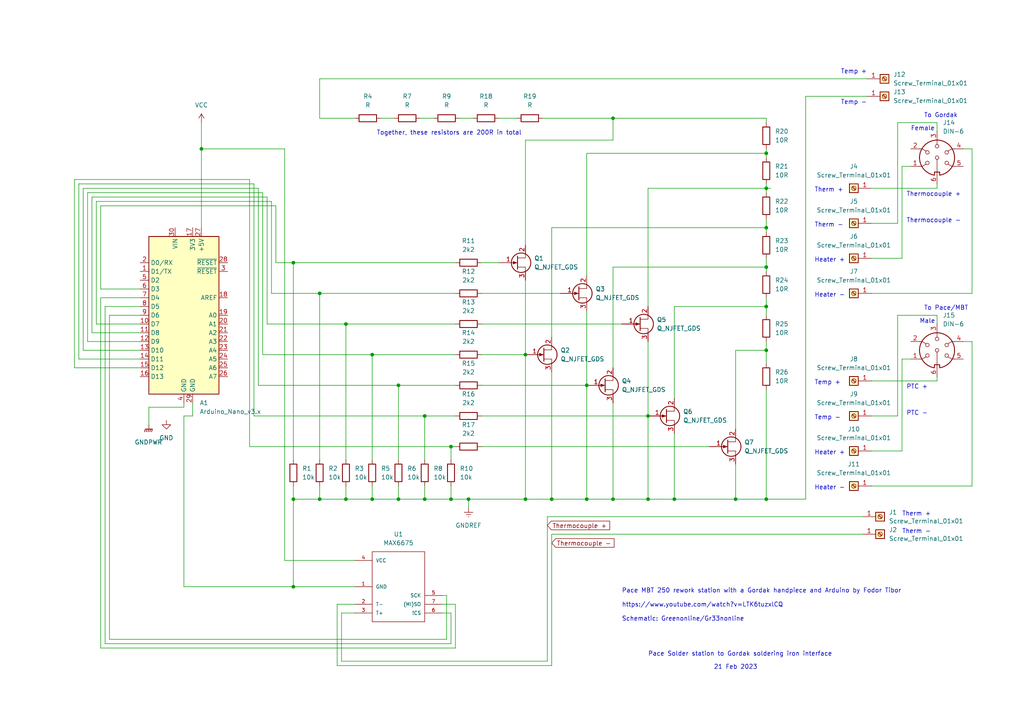
<source format=kicad_sch>
(kicad_sch (version 20211123) (generator eeschema)
  (paper "A4")
  (lib_symbols
    (symbol "Connector:DIN-6" (pin_names (offset 1.016))
      (property "Reference" "J" (at 3.175 5.715 0))
      (property "Value" "DIN-6" (at 4.445 -4.445 0))
      (symbol "DIN-6_0_1"
        (arc (start -5.08 0) (mid -3.8609 -3.3364) (end -0.762 -5.08) (stroke (width 0.254)))
        (circle (center -2.794 -1.524) (radius 0.508))
        (circle (center -2.794 1.524) (radius 0.508))
        (polyline (pts (xy 0 -5.08) (xy 0 -0.508)))
        (polyline (pts (xy 0 5.08) (xy 0 3.81)))
        (polyline (pts (xy -5.08 -2.54) (xy -4.318 -2.54) (xy -3.175 -1.905)))
        (polyline (pts (xy -5.08 2.54) (xy -4.318 2.54) (xy -3.175 1.905)))
        (polyline (pts (xy 5.08 -2.54) (xy 4.318 -2.54) (xy 3.175 -1.905)))
        (polyline (pts (xy 5.08 2.54) (xy 4.318 2.54) (xy 3.175 1.905)))
        (polyline (pts (xy -0.762 -4.953) (xy -0.762 -4.191) (xy 0.762 -4.191) (xy 0.762 -4.953)) (stroke (width 0.254)))
        (circle (center 0 0) (radius 0.508))
        (circle (center 0 3.302) (radius 0.508))
        (arc (start 0.762 -5.08) (mid 3.8685 -3.343) (end 5.08 0) (stroke (width 0.254)))
        (circle (center 2.794 -1.524) (radius 0.508))
        (circle (center 2.794 1.524) (radius 0.508))
        (arc (start 5.08 0) (mid 0 5.08) (end -5.08 0) (stroke (width 0.254)))
      )
      (symbol "DIN-6_1_1"
        (pin passive line (at -7.62 -2.54 0) (length 2.54) (name "~") (number "1"))
        (pin passive line (at -7.62 2.54 0) (length 2.54) (name "~") (number "2"))
        (pin passive line (at 0 7.62 270) (length 2.54) (name "~") (number "3"))
        (pin passive line (at 7.62 2.54 180) (length 2.54) (name "~") (number "4"))
        (pin passive line (at 7.62 -2.54 180) (length 2.54) (name "~") (number "5"))
        (pin passive line (at 0 -7.62 90) (length 2.54) (name "~") (number "6"))
      )
    )
    (symbol "Connector:Screw_Terminal_01x01" (pin_names (offset 1.016) hide)
      (property "Reference" "J" (at 0 2.54 0))
      (property "Value" "Screw_Terminal_01x01" (at 0 -2.54 0))
      (symbol "Screw_Terminal_01x01_1_1"
        (rectangle (start -1.27 1.27) (end 1.27 -1.27) (stroke (width 0.254)) (fill (type background)))
        (polyline (pts (xy -0.5334 0.3302) (xy 0.3302 -0.508)) (stroke (width 0.1524)))
        (polyline (pts (xy -0.3556 0.508) (xy 0.508 -0.3302)) (stroke (width 0.1524)))
        (circle (center 0 0) (radius 0.635) (stroke (width 0.1524)))
        (pin passive line (at -5.08 0 0) (length 3.81) (name "Pin_1") (number "1"))
      )
    )
    (symbol "Device:Q_NJFET_GDS" (pin_names (offset 0) hide)
      (property "Reference" "Q" (at 5.08 1.27 0))
      (property "Value" "Q_NJFET_GDS" (at 5.08 -1.27 0))
      (symbol "Q_NJFET_GDS_0_1"
        (polyline (pts (xy 0.254 1.905) (xy 0.254 -1.905) (xy 0.254 -1.905)) (stroke (width 0.254)))
        (polyline (pts (xy 2.54 -2.54) (xy 2.54 -1.27) (xy 0.254 -1.27)))
        (polyline (pts (xy 2.54 2.54) (xy 2.54 1.397) (xy 0.254 1.397)))
        (polyline (pts (xy 0 0) (xy -1.016 0.381) (xy -1.016 -0.381) (xy 0 0)) (fill (type outline)))
        (circle (center 1.27 0) (radius 2.8194) (stroke (width 0.254)))
      )
      (symbol "Q_NJFET_GDS_1_1"
        (pin input line (at -5.08 0 0) (length 5.334) (name "G") (number "1"))
        (pin passive line (at 2.54 5.08 270) (length 2.54) (name "D") (number "2"))
        (pin passive line (at 2.54 -5.08 90) (length 2.54) (name "S") (number "3"))
      )
    )
    (symbol "Device:R" (pin_numbers hide) (pin_names (offset 0))
      (property "Reference" "R" (at 2.032 0 90))
      (property "Value" "R" (at 0 0 90))
      (symbol "R_0_1"
        (rectangle (start -1.016 -2.54) (end 1.016 2.54) (stroke (width 0.254)))
      )
      (symbol "R_1_1"
        (pin passive line (at 0 3.81 270) (length 1.27) (name "~") (number "1"))
        (pin passive line (at 0 -3.81 90) (length 1.27) (name "~") (number "2"))
      )
    )
    (symbol "MCU_Module:Arduino_Nano_v3.x"
      (property "Reference" "A" (at -10.16 23.495 0))
      (property "Value" "Arduino_Nano_v3.x" (at 5.08 -24.13 0))
      (symbol "Arduino_Nano_v3.x_0_1"
        (rectangle (start -10.16 22.86) (end 10.16 -22.86) (stroke (width 0.254)) (fill (type background)))
      )
      (symbol "Arduino_Nano_v3.x_1_1"
        (pin bidirectional line (at -12.7 12.7 0) (length 2.54) (name "D1/TX") (number "1"))
        (pin bidirectional line (at -12.7 -2.54 0) (length 2.54) (name "D7") (number "10"))
        (pin bidirectional line (at -12.7 -5.08 0) (length 2.54) (name "D8") (number "11"))
        (pin bidirectional line (at -12.7 -7.62 0) (length 2.54) (name "D9") (number "12"))
        (pin bidirectional line (at -12.7 -10.16 0) (length 2.54) (name "D10") (number "13"))
        (pin bidirectional line (at -12.7 -12.7 0) (length 2.54) (name "D11") (number "14"))
        (pin bidirectional line (at -12.7 -15.24 0) (length 2.54) (name "D12") (number "15"))
        (pin bidirectional line (at -12.7 -17.78 0) (length 2.54) (name "D13") (number "16"))
        (pin power_out line (at 2.54 25.4 270) (length 2.54) (name "3V3") (number "17"))
        (pin input line (at 12.7 5.08 180) (length 2.54) (name "AREF") (number "18"))
        (pin bidirectional line (at 12.7 0 180) (length 2.54) (name "A0") (number "19"))
        (pin bidirectional line (at -12.7 15.24 0) (length 2.54) (name "D0/RX") (number "2"))
        (pin bidirectional line (at 12.7 -2.54 180) (length 2.54) (name "A1") (number "20"))
        (pin bidirectional line (at 12.7 -5.08 180) (length 2.54) (name "A2") (number "21"))
        (pin bidirectional line (at 12.7 -7.62 180) (length 2.54) (name "A3") (number "22"))
        (pin bidirectional line (at 12.7 -10.16 180) (length 2.54) (name "A4") (number "23"))
        (pin bidirectional line (at 12.7 -12.7 180) (length 2.54) (name "A5") (number "24"))
        (pin bidirectional line (at 12.7 -15.24 180) (length 2.54) (name "A6") (number "25"))
        (pin bidirectional line (at 12.7 -17.78 180) (length 2.54) (name "A7") (number "26"))
        (pin power_out line (at 5.08 25.4 270) (length 2.54) (name "+5V") (number "27"))
        (pin input line (at 12.7 15.24 180) (length 2.54) (name "~{RESET}") (number "28"))
        (pin power_in line (at 2.54 -25.4 90) (length 2.54) (name "GND") (number "29"))
        (pin input line (at 12.7 12.7 180) (length 2.54) (name "~{RESET}") (number "3"))
        (pin power_in line (at -2.54 25.4 270) (length 2.54) (name "VIN") (number "30"))
        (pin power_in line (at 0 -25.4 90) (length 2.54) (name "GND") (number "4"))
        (pin bidirectional line (at -12.7 10.16 0) (length 2.54) (name "D2") (number "5"))
        (pin bidirectional line (at -12.7 7.62 0) (length 2.54) (name "D3") (number "6"))
        (pin bidirectional line (at -12.7 5.08 0) (length 2.54) (name "D4") (number "7"))
        (pin bidirectional line (at -12.7 2.54 0) (length 2.54) (name "D5") (number "8"))
        (pin bidirectional line (at -12.7 0 0) (length 2.54) (name "D6") (number "9"))
      )
    )
    (symbol "SparkFun-AnalogIC:MAX6675" (pin_names (offset 1.016))
      (property "Reference" "U" (at -7.62 10.16 0))
      (property "Value" "MAX6675" (at -7.62 -12.7 0))
      (symbol "MAX6675_1_0"
        (polyline (pts (xy -7.62 -10.16) (xy 7.62 -10.16)))
        (polyline (pts (xy -7.62 10.16) (xy -7.62 -10.16)))
        (polyline (pts (xy 7.62 -10.16) (xy 7.62 10.16)))
        (polyline (pts (xy 7.62 10.16) (xy -7.62 10.16)))
      )
      (symbol "MAX6675_1_1"
        (pin bidirectional line (at -12.7 0 0) (length 5.08) (name "GND") (number "1"))
        (pin bidirectional line (at -12.7 -5.08 0) (length 5.08) (name "T-") (number "2"))
        (pin bidirectional line (at -12.7 -7.62 0) (length 5.08) (name "T+") (number "3"))
        (pin bidirectional line (at -12.7 7.62 0) (length 5.08) (name "VCC") (number "4"))
        (pin bidirectional line (at 12.7 -2.54 180) (length 5.08) (name "SCK") (number "5"))
        (pin bidirectional line (at 12.7 -7.62 180) (length 5.08) (name "!CS") (number "6"))
        (pin bidirectional line (at 12.7 -5.08 180) (length 5.08) (name "(MI)SO") (number "7"))
      )
    )
    (symbol "power:GND" (power) (pin_names (offset 0))
      (property "Value" "GND" (at 0 -3.81 0))
      (symbol "GND_0_1"
        (polyline (pts (xy 0 0) (xy 0 -1.27) (xy 1.27 -1.27) (xy 0 -2.54) (xy -1.27 -1.27) (xy 0 -1.27)))
      )
      (symbol "GND_1_1"
        (pin power_in line (at 0 0 270) (length 0) hide (name "GND") (number "1"))
      )
    )
    (symbol "power:GNDPWR" (power) (pin_names (offset 0))
      (property "Value" "GNDPWR" (at 0 -3.302 0))
      (symbol "GNDPWR_0_1"
        (polyline (pts (xy 0 -1.27) (xy 0 0)))
        (polyline (pts (xy -1.016 -1.27) (xy -1.27 -2.032) (xy -1.27 -2.032)) (stroke (width 0.2032)))
        (polyline (pts (xy -0.508 -1.27) (xy -0.762 -2.032) (xy -0.762 -2.032)) (stroke (width 0.2032)))
        (polyline (pts (xy 0 -1.27) (xy -0.254 -2.032) (xy -0.254 -2.032)) (stroke (width 0.2032)))
        (polyline (pts (xy 0.508 -1.27) (xy 0.254 -2.032) (xy 0.254 -2.032)) (stroke (width 0.2032)))
        (polyline (pts (xy 1.016 -1.27) (xy -1.016 -1.27) (xy -1.016 -1.27)) (stroke (width 0.2032)))
        (polyline (pts (xy 1.016 -1.27) (xy 0.762 -2.032) (xy 0.762 -2.032) (xy 0.762 -2.032)) (stroke (width 0.2032)))
      )
      (symbol "GNDPWR_1_1"
        (pin power_in line (at 0 0 270) (length 0) hide (name "GNDPWR") (number "1"))
      )
    )
    (symbol "power:GNDREF" (power) (pin_names (offset 0))
      (property "Value" "GNDREF" (at 0 -3.81 0))
      (symbol "GNDREF_0_1"
        (polyline (pts (xy -0.635 -1.905) (xy 0.635 -1.905)))
        (polyline (pts (xy -0.127 -2.54) (xy 0.127 -2.54)))
        (polyline (pts (xy 0 -1.27) (xy 0 0)))
        (polyline (pts (xy 1.27 -1.27) (xy -1.27 -1.27)))
      )
      (symbol "GNDREF_1_1"
        (pin power_in line (at 0 0 270) (length 0) hide (name "GNDREF") (number "1"))
      )
    )
    (symbol "power:VCC" (power) (pin_names (offset 0))
      (property "Value" "VCC" (at 0 3.81 0))
      (symbol "VCC_0_1"
        (polyline (pts (xy -0.762 1.27) (xy 0 2.54)))
        (polyline (pts (xy 0 0) (xy 0 2.54)))
        (polyline (pts (xy 0 2.54) (xy 0.762 1.27)))
      )
      (symbol "VCC_1_1"
        (pin power_in line (at 0 0 90) (length 0) hide (name "VCC") (number "1"))
      )
    )
  )
  (junction (at 92.71 144.78))
  (junction (at 222.25 44.45))
  (junction (at 123.19 144.78))
  (junction (at 58.42 43.18))
  (junction (at 115.57 111.76))
  (junction (at 222.25 88.9))
  (junction (at 222.25 54.61))
  (junction (at 160.02 144.78))
  (junction (at 85.09 144.78))
  (junction (at 187.96 144.78))
  (junction (at 195.58 144.78))
  (junction (at 130.81 129.54))
  (junction (at 170.18 144.78))
  (junction (at 92.71 85.09))
  (junction (at 130.81 144.78))
  (junction (at 222.25 101.6))
  (junction (at 177.8 144.78))
  (junction (at 135.89 144.78))
  (junction (at 85.09 170.18))
  (junction (at 85.09 76.2))
  (junction (at 170.18 111.76))
  (junction (at 107.95 144.78))
  (junction (at 152.4 102.87))
  (junction (at 123.19 120.65))
  (junction (at 187.96 120.65))
  (junction (at 213.36 144.78))
  (junction (at 115.57 144.78))
  (junction (at 100.33 144.78))
  (junction (at 222.25 144.78))
  (junction (at 222.25 66.04))
  (junction (at 100.33 93.98))
  (junction (at 177.8 34.29))
  (junction (at 222.25 77.47))
  (junction (at 107.95 102.87))
  (junction (at 152.4 144.78))
  (wire (pts (xy 121.92 34.29) (xy 125.73 34.29)))
  (wire (pts (xy 123.19 140.97) (xy 123.19 144.78)))
  (wire (pts (xy 261.62 104.14) (xy 261.62 130.81)))
  (wire (pts (xy 58.42 35.56) (xy 58.42 43.18)))
  (wire (pts (xy 222.25 91.44) (xy 222.25 88.9)))
  (wire (pts (xy 72.39 52.07) (xy 72.39 129.54)))
  (wire (pts (xy 129.54 185.42) (xy 31.75 185.42)))
  (wire (pts (xy 92.71 85.09) (xy 92.71 133.35)))
  (wire (pts (xy 195.58 125.73) (xy 195.58 144.78)))
  (wire (pts (xy 123.19 120.65) (xy 123.19 133.35)))
  (wire (pts (xy 26.67 96.52) (xy 26.67 57.15)))
  (wire (pts (xy 271.78 91.44) (xy 260.35 91.44)))
  (wire (pts (xy 152.4 144.78) (xy 160.02 144.78)))
  (wire (pts (xy 40.64 93.98) (xy 27.94 93.98)))
  (wire (pts (xy 53.34 120.65) (xy 55.88 120.65)))
  (wire (pts (xy 100.33 144.78) (xy 107.95 144.78)))
  (wire (pts (xy 128.27 175.26) (xy 132.08 175.26)))
  (wire (pts (xy 132.08 111.76) (xy 115.57 111.76)))
  (wire (pts (xy 279.4 99.06) (xy 281.94 99.06)))
  (wire (pts (xy 85.09 140.97) (xy 85.09 144.78)))
  (wire (pts (xy 222.25 77.47) (xy 222.25 74.93)))
  (wire (pts (xy 170.18 44.45) (xy 222.25 44.45)))
  (wire (pts (xy 92.71 140.97) (xy 92.71 144.78)))
  (wire (pts (xy 30.48 186.69) (xy 30.48 88.9)))
  (wire (pts (xy 72.39 129.54) (xy 130.81 129.54)))
  (wire (pts (xy 222.25 144.78) (xy 233.68 144.78)))
  (wire (pts (xy 158.75 149.86) (xy 250.19 149.86)))
  (wire (pts (xy 132.08 102.87) (xy 107.95 102.87)))
  (wire (pts (xy 29.21 83.82) (xy 29.21 59.69)))
  (wire (pts (xy 260.35 91.44) (xy 260.35 120.65)))
  (wire (pts (xy 132.08 187.96) (xy 132.08 175.26)))
  (wire (pts (xy 130.81 177.8) (xy 130.81 186.69)))
  (wire (pts (xy 135.89 144.78) (xy 135.89 147.32)))
  (wire (pts (xy 170.18 111.76) (xy 170.18 144.78)))
  (wire (pts (xy 139.7 76.2) (xy 144.78 76.2)))
  (wire (pts (xy 187.96 88.9) (xy 187.96 54.61)))
  (wire (pts (xy 114.3 34.29) (xy 110.49 34.29)))
  (wire (pts (xy 213.36 101.6) (xy 213.36 124.46)))
  (wire (pts (xy 77.47 57.15) (xy 77.47 93.98)))
  (wire (pts (xy 78.74 85.09) (xy 92.71 85.09)))
  (wire (pts (xy 40.64 86.36) (xy 29.21 86.36)))
  (wire (pts (xy 139.7 102.87) (xy 152.4 102.87)))
  (wire (pts (xy 55.88 116.84) (xy 55.88 120.65)))
  (wire (pts (xy 31.75 91.44) (xy 40.64 91.44)))
  (wire (pts (xy 139.7 129.54) (xy 205.74 129.54)))
  (wire (pts (xy 40.64 83.82) (xy 29.21 83.82)))
  (wire (pts (xy 73.66 120.65) (xy 73.66 53.34)))
  (wire (pts (xy 271.78 93.98) (xy 271.78 91.44)))
  (wire (pts (xy 78.74 58.42) (xy 78.74 85.09)))
  (wire (pts (xy 264.16 104.14) (xy 261.62 104.14)))
  (wire (pts (xy 222.25 101.6) (xy 222.25 105.41)))
  (wire (pts (xy 29.21 187.96) (xy 132.08 187.96)))
  (wire (pts (xy 222.25 77.47) (xy 177.8 77.47)))
  (wire (pts (xy 170.18 144.78) (xy 177.8 144.78)))
  (wire (pts (xy 107.95 144.78) (xy 115.57 144.78)))
  (wire (pts (xy 74.93 54.61) (xy 74.93 111.76)))
  (wire (pts (xy 128.27 177.8) (xy 130.81 177.8)))
  (wire (pts (xy 132.08 76.2) (xy 85.09 76.2)))
  (wire (pts (xy 187.96 144.78) (xy 195.58 144.78)))
  (wire (pts (xy 102.87 177.8) (xy 99.06 177.8)))
  (wire (pts (xy 279.4 43.18) (xy 281.94 43.18)))
  (wire (pts (xy 74.93 111.76) (xy 115.57 111.76)))
  (wire (pts (xy 160.02 144.78) (xy 170.18 144.78)))
  (wire (pts (xy 252.73 85.09) (xy 281.94 85.09)))
  (wire (pts (xy 92.71 22.86) (xy 251.46 22.86)))
  (wire (pts (xy 139.7 120.65) (xy 187.96 120.65)))
  (wire (pts (xy 100.33 140.97) (xy 100.33 144.78)))
  (wire (pts (xy 24.13 101.6) (xy 40.64 101.6)))
  (wire (pts (xy 252.73 120.65) (xy 260.35 120.65)))
  (wire (pts (xy 222.25 34.29) (xy 222.25 35.56)))
  (wire (pts (xy 129.54 172.72) (xy 129.54 185.42)))
  (wire (pts (xy 76.2 102.87) (xy 107.95 102.87)))
  (wire (pts (xy 152.4 102.87) (xy 152.4 144.78)))
  (wire (pts (xy 97.79 193.04) (xy 160.02 193.04)))
  (wire (pts (xy 222.25 113.03) (xy 222.25 144.78)))
  (wire (pts (xy 158.75 191.77) (xy 158.75 149.86)))
  (wire (pts (xy 135.89 144.78) (xy 152.4 144.78)))
  (wire (pts (xy 21.59 106.68) (xy 21.59 52.07)))
  (wire (pts (xy 22.86 104.14) (xy 40.64 104.14)))
  (wire (pts (xy 132.08 85.09) (xy 92.71 85.09)))
  (wire (pts (xy 139.7 93.98) (xy 180.34 93.98)))
  (wire (pts (xy 213.36 134.62) (xy 213.36 144.78)))
  (wire (pts (xy 85.09 144.78) (xy 92.71 144.78)))
  (wire (pts (xy 260.35 35.56) (xy 260.35 64.77)))
  (wire (pts (xy 99.06 177.8) (xy 99.06 191.77)))
  (wire (pts (xy 130.81 129.54) (xy 130.81 133.35)))
  (wire (pts (xy 123.19 144.78) (xy 130.81 144.78)))
  (wire (pts (xy 21.59 52.07) (xy 72.39 52.07)))
  (wire (pts (xy 157.48 34.29) (xy 177.8 34.29)))
  (wire (pts (xy 252.73 64.77) (xy 260.35 64.77)))
  (wire (pts (xy 213.36 144.78) (xy 222.25 144.78)))
  (wire (pts (xy 85.09 170.18) (xy 102.87 170.18)))
  (wire (pts (xy 115.57 140.97) (xy 115.57 144.78)))
  (wire (pts (xy 58.42 43.18) (xy 58.42 66.04)))
  (wire (pts (xy 128.27 172.72) (xy 129.54 172.72)))
  (wire (pts (xy 252.73 110.49) (xy 271.78 110.49)))
  (wire (pts (xy 132.08 129.54) (xy 130.81 129.54)))
  (wire (pts (xy 27.94 58.42) (xy 78.74 58.42)))
  (wire (pts (xy 152.4 40.64) (xy 177.8 40.64)))
  (wire (pts (xy 40.64 99.06) (xy 25.4 99.06)))
  (wire (pts (xy 177.8 144.78) (xy 187.96 144.78)))
  (wire (pts (xy 40.64 106.68) (xy 21.59 106.68)))
  (wire (pts (xy 139.7 111.76) (xy 170.18 111.76)))
  (wire (pts (xy 29.21 86.36) (xy 29.21 187.96)))
  (wire (pts (xy 130.81 140.97) (xy 130.81 144.78)))
  (wire (pts (xy 77.47 93.98) (xy 100.33 93.98)))
  (wire (pts (xy 82.55 162.56) (xy 82.55 43.18)))
  (wire (pts (xy 53.34 116.84) (xy 53.34 118.11)))
  (wire (pts (xy 222.25 88.9) (xy 222.25 86.36)))
  (wire (pts (xy 160.02 66.04) (xy 160.02 97.79)))
  (wire (pts (xy 80.01 76.2) (xy 85.09 76.2)))
  (wire (pts (xy 107.95 102.87) (xy 107.95 133.35)))
  (wire (pts (xy 25.4 55.88) (xy 76.2 55.88)))
  (wire (pts (xy 177.8 116.84) (xy 177.8 144.78)))
  (wire (pts (xy 25.4 99.06) (xy 25.4 55.88)))
  (wire (pts (xy 132.08 93.98) (xy 100.33 93.98)))
  (wire (pts (xy 177.8 34.29) (xy 222.25 34.29)))
  (wire (pts (xy 99.06 191.77) (xy 158.75 191.77)))
  (wire (pts (xy 152.4 81.28) (xy 152.4 102.87)))
  (wire (pts (xy 115.57 111.76) (xy 115.57 133.35)))
  (wire (pts (xy 222.25 99.06) (xy 222.25 101.6)))
  (wire (pts (xy 222.25 78.74) (xy 222.25 77.47)))
  (wire (pts (xy 252.73 74.93) (xy 261.62 74.93)))
  (wire (pts (xy 24.13 101.6) (xy 24.13 54.61)))
  (wire (pts (xy 102.87 162.56) (xy 82.55 162.56)))
  (wire (pts (xy 53.34 120.65) (xy 53.34 170.18)))
  (wire (pts (xy 92.71 144.78) (xy 100.33 144.78)))
  (wire (pts (xy 177.8 77.47) (xy 177.8 106.68)))
  (wire (pts (xy 43.18 118.11) (xy 43.18 123.19)))
  (wire (pts (xy 30.48 88.9) (xy 40.64 88.9)))
  (wire (pts (xy 160.02 154.94) (xy 250.19 154.94)))
  (wire (pts (xy 187.96 120.65) (xy 187.96 144.78)))
  (wire (pts (xy 115.57 144.78) (xy 123.19 144.78)))
  (wire (pts (xy 223.52 54.61) (xy 222.25 54.61)))
  (wire (pts (xy 195.58 88.9) (xy 195.58 115.57)))
  (wire (pts (xy 80.01 59.69) (xy 80.01 76.2)))
  (wire (pts (xy 271.78 35.56) (xy 260.35 35.56)))
  (wire (pts (xy 222.25 54.61) (xy 222.25 53.34)))
  (wire (pts (xy 152.4 71.12) (xy 152.4 40.64)))
  (wire (pts (xy 195.58 144.78) (xy 213.36 144.78)))
  (wire (pts (xy 22.86 53.34) (xy 22.86 104.14)))
  (wire (pts (xy 107.95 140.97) (xy 107.95 144.78)))
  (wire (pts (xy 97.79 175.26) (xy 97.79 193.04)))
  (wire (pts (xy 222.25 45.72) (xy 222.25 44.45)))
  (wire (pts (xy 187.96 99.06) (xy 187.96 120.65)))
  (wire (pts (xy 252.73 140.97) (xy 281.94 140.97)))
  (wire (pts (xy 233.68 144.78) (xy 233.68 27.94)))
  (wire (pts (xy 73.66 53.34) (xy 22.86 53.34)))
  (wire (pts (xy 76.2 55.88) (xy 76.2 102.87)))
  (wire (pts (xy 139.7 85.09) (xy 162.56 85.09)))
  (wire (pts (xy 130.81 144.78) (xy 135.89 144.78)))
  (wire (pts (xy 102.87 175.26) (xy 97.79 175.26)))
  (wire (pts (xy 252.73 54.61) (xy 271.78 54.61)))
  (wire (pts (xy 170.18 44.45) (xy 170.18 80.01)))
  (wire (pts (xy 40.64 96.52) (xy 26.67 96.52)))
  (wire (pts (xy 92.71 34.29) (xy 92.71 22.86)))
  (wire (pts (xy 132.08 120.65) (xy 123.19 120.65)))
  (wire (pts (xy 271.78 110.49) (xy 271.78 109.22)))
  (wire (pts (xy 222.25 44.45) (xy 222.25 43.18)))
  (wire (pts (xy 29.21 59.69) (xy 80.01 59.69)))
  (wire (pts (xy 271.78 54.61) (xy 271.78 53.34)))
  (wire (pts (xy 58.42 43.18) (xy 82.55 43.18)))
  (wire (pts (xy 177.8 40.64) (xy 177.8 34.29)))
  (wire (pts (xy 160.02 107.95) (xy 160.02 144.78)))
  (wire (pts (xy 222.25 54.61) (xy 222.25 55.88)))
  (wire (pts (xy 130.81 186.69) (xy 30.48 186.69)))
  (wire (pts (xy 222.25 66.04) (xy 160.02 66.04)))
  (wire (pts (xy 100.33 93.98) (xy 100.33 133.35)))
  (wire (pts (xy 31.75 185.42) (xy 31.75 91.44)))
  (wire (pts (xy 85.09 170.18) (xy 53.34 170.18)))
  (wire (pts (xy 85.09 76.2) (xy 85.09 133.35)))
  (wire (pts (xy 43.18 118.11) (xy 53.34 118.11)))
  (wire (pts (xy 222.25 101.6) (xy 213.36 101.6)))
  (wire (pts (xy 261.62 48.26) (xy 261.62 74.93)))
  (wire (pts (xy 252.73 130.81) (xy 261.62 130.81)))
  (wire (pts (xy 233.68 27.94) (xy 251.46 27.94)))
  (wire (pts (xy 144.78 34.29) (xy 149.86 34.29)))
  (wire (pts (xy 281.94 43.18) (xy 281.94 85.09)))
  (wire (pts (xy 85.09 144.78) (xy 85.09 170.18)))
  (wire (pts (xy 24.13 54.61) (xy 74.93 54.61)))
  (wire (pts (xy 222.25 63.5) (xy 222.25 66.04)))
  (wire (pts (xy 73.66 120.65) (xy 123.19 120.65)))
  (wire (pts (xy 264.16 48.26) (xy 261.62 48.26)))
  (wire (pts (xy 170.18 90.17) (xy 170.18 111.76)))
  (wire (pts (xy 27.94 93.98) (xy 27.94 58.42)))
  (wire (pts (xy 222.25 66.04) (xy 222.25 67.31)))
  (wire (pts (xy 281.94 99.06) (xy 281.94 140.97)))
  (wire (pts (xy 160.02 193.04) (xy 160.02 154.94)))
  (wire (pts (xy 187.96 54.61) (xy 222.25 54.61)))
  (wire (pts (xy 102.87 34.29) (xy 92.71 34.29)))
  (wire (pts (xy 222.25 88.9) (xy 195.58 88.9)))
  (wire (pts (xy 271.78 38.1) (xy 271.78 35.56)))
  (wire (pts (xy 133.35 34.29) (xy 137.16 34.29)))
  (wire (pts (xy 26.67 57.15) (xy 77.47 57.15)))
  (text "Temp -" (at 236.22 121.92 0) (effects (font (size 1.27 1.27)) (justify left bottom)))
  (text "Thermocouple -" (at 262.89 64.77 0) (effects (font (size 1.27 1.27)) (justify left bottom)))
  (text "PTC -" (at 262.89 120.65 0) (effects (font (size 1.27 1.27)) (justify left bottom)))
  (text "Heater -" (at 236.22 86.36 0) (effects (font (size 1.27 1.27)) (justify left bottom)))
  (text "Pace Solder station to Gordak soldering iron interface" (at 187.96 190.5 0) (effects (font (size 1.27 1.27)) (justify left bottom)))
  (text "Thermocouple +" (at 262.89 57.15 0) (effects (font (size 1.27 1.27)) (justify left bottom)))
  (text "Pace MBT 250 rework station with a Gordak handpiece and Arduino by Fodor Tibor\n\nhttps://www.youtube.com/watch?v=LTK6tuzxlCQ\n\nSchematic: Greenonline/Gr33nonline" (at 180.34 180.34 0) (effects (font (size 1.27 1.27)) (justify left bottom)))
  (text "Temp +" (at 236.22 111.76 0) (effects (font (size 1.27 1.27)) (justify left bottom)))
  (text "Therm -" (at 236.22 66.04 0) (effects (font (size 1.27 1.27)) (justify left bottom)))
  (text "Female" (at 264.16 38.1 0) (effects (font (size 1.27 1.27)) (justify left bottom)))
  (text "Heater -" (at 236.22 142.24 0) (effects (font (size 1.27 1.27)) (justify left bottom)))
  (text "Therm +" (at 236.22 55.88 0) (effects (font (size 1.27 1.27)) (justify left bottom)))
  (text "Therm -" (at 261.62 154.94 0) (effects (font (size 1.27 1.27)) (justify left bottom)))
  (text "To Pace/MBT " (at 267.97 90.17 0) (effects (font (size 1.27 1.27)) (justify left bottom)))
  (text "Heater +" (at 236.22 132.08 0) (effects (font (size 1.27 1.27)) (justify left bottom)))
  (text "Temp +" (at 243.84 21.59 0) (effects (font (size 1.27 1.27)) (justify left bottom)))
  (text "Heater +" (at 236.22 76.2 0) (effects (font (size 1.27 1.27)) (justify left bottom)))
  (text "Temp -" (at 243.84 30.48 0) (effects (font (size 1.27 1.27)) (justify left bottom)))
  (text "21 Feb 2023" (at 207.01 194.31 0) (effects (font (size 1.27 1.27)) (justify left bottom)))
  (text "To Gordak " (at 267.97 34.29 0) (effects (font (size 1.27 1.27)) (justify left bottom)))
  (text "PTC +" (at 262.89 113.03 0) (effects (font (size 1.27 1.27)) (justify left bottom)))
  (text "Male" (at 266.7 93.98 0) (effects (font (size 1.27 1.27)) (justify left bottom)))
  (text "Therm +" (at 261.62 149.86 0) (effects (font (size 1.27 1.27)) (justify left bottom)))
  (text "Together, these resistors are 200R in total" (at 109.22 39.37 0) (effects (font (size 1.27 1.27)) (justify left bottom)))
  (global_label "Thermocouple -" (shape input) (at 160.02 157.48 0) (property "Intersheet References" "${INTERSHEET_REFS}" (effects hide)))
  (global_label "Thermocouple +" (shape input) (at 158.75 152.4 0) (property "Intersheet References" "${INTERSHEET_REFS}" (effects hide)))
  (symbol (lib_id "Device:R") (at 135.89 93.98 90) (unit 1)
    (property "Reference" "R13" (at 135.89 87.63 90))
    (property "Value" "2k2" (at 135.89 90.17 90))
  )
  (symbol (lib_id "power:GNDREF") (at 135.89 147.32 0) (unit 1)
    (property "Reference" "#PWR02" (effects hide))
    (property "Value" "GNDREF" (at 135.89 152.4 0))
  )
  (symbol (lib_id "Connector:Screw_Terminal_01x01") (at 255.27 149.86 0) (unit 1)
    (property "Reference" "J1" (at 257.81 148.5899 0) (effects (justify left)))
    (property "Value" "Screw_Terminal_01x01" (at 257.81 151.1299 0) (effects (justify left)))
  )
  (symbol (lib_id "Device:R") (at 115.57 137.16 0) (unit 1)
    (property "Reference" "R6" (at 118.11 135.8899 0) (effects (justify left)))
    (property "Value" "10k" (at 118.11 138.4299 0) (effects (justify left)))
  )
  (symbol (lib_id "Device:R") (at 92.71 137.16 0) (unit 1)
    (property "Reference" "R2" (at 95.25 135.8899 0) (effects (justify left)))
    (property "Value" "10k" (at 95.25 138.4299 0) (effects (justify left)))
  )
  (symbol (lib_id "Device:R") (at 123.19 137.16 0) (unit 1)
    (property "Reference" "R8" (at 125.73 135.8899 0) (effects (justify left)))
    (property "Value" "10k" (at 125.73 138.4299 0) (effects (justify left)))
  )
  (symbol (lib_id "Device:Q_NJFET_GDS") (at 149.86 76.2 0) (unit 1)
    (property "Reference" "Q1" (at 154.94 74.9299 0) (effects (justify left)))
    (property "Value" "Q_NJFET_GDS" (at 154.94 77.4699 0) (effects (justify left)))
  )
  (symbol (lib_id "Connector:Screw_Terminal_01x01") (at 247.65 85.09 180) (unit 1)
    (property "Reference" "J7" (at 247.65 78.74 0))
    (property "Value" "Screw_Terminal_01x01" (at 247.65 81.28 0))
  )
  (symbol (lib_id "power:GND") (at 48.26 121.92 0) (unit 1)
    (property "Reference" "#PWR0101" (effects hide))
    (property "Value" "GND" (at 48.26 127 0))
  )
  (symbol (lib_id "Connector:Screw_Terminal_01x01") (at 247.65 74.93 180) (unit 1)
    (property "Reference" "J6" (at 247.65 68.58 0))
    (property "Value" "Screw_Terminal_01x01" (at 247.65 71.12 0))
  )
  (symbol (lib_id "Device:R") (at 222.25 109.22 0) (unit 1)
    (property "Reference" "R26" (at 224.79 107.9499 0) (effects (justify left)))
    (property "Value" "10R" (at 224.79 110.4899 0) (effects (justify left)))
  )
  (symbol (lib_id "power:VCC") (at 58.42 35.56 0) (unit 1)
    (property "Reference" "#PWR01" (effects hide))
    (property "Value" "VCC" (at 58.42 30.48 0))
  )
  (symbol (lib_id "MCU_Module:Arduino_Nano_v3.x") (at 53.34 91.44 0) (unit 1)
    (property "Reference" "A1" (at 57.8994 116.84 0) (effects (justify left)))
    (property "Value" "Arduino_Nano_v3.x" (at 57.8994 119.38 0) (effects (justify left)))
    (property "Footprint" "Module:Arduino_Nano" (effects hide))
    (property "Datasheet" "http://www.mouser.com/pdfdocs/Gravitech_Arduino_Nano3_0.pdf" (effects hide))
  )
  (symbol (lib_id "Device:R") (at 100.33 137.16 0) (unit 1)
    (property "Reference" "R3" (at 102.87 135.8899 0) (effects (justify left)))
    (property "Value" "10k" (at 102.87 138.4299 0) (effects (justify left)))
  )
  (symbol (lib_id "Device:R") (at 135.89 129.54 90) (unit 1)
    (property "Reference" "R17" (at 135.89 123.19 90))
    (property "Value" "2k2" (at 135.89 125.73 90))
  )
  (symbol (lib_id "Device:R") (at 129.54 34.29 90) (unit 1)
    (property "Reference" "R9" (at 129.54 27.94 90))
    (property "Value" "R" (at 129.54 30.48 90))
  )
  (symbol (lib_id "Device:R") (at 118.11 34.29 90) (unit 1)
    (property "Reference" "R7" (at 118.11 27.94 90))
    (property "Value" "R" (at 118.11 30.48 90))
  )
  (symbol (lib_id "Device:Q_NJFET_GDS") (at 157.48 102.87 0) (unit 1)
    (property "Reference" "Q2" (at 162.56 101.5999 0) (effects (justify left)))
    (property "Value" "Q_NJFET_GDS" (at 162.56 104.1399 0) (effects (justify left)))
  )
  (symbol (lib_id "Connector:Screw_Terminal_01x01") (at 256.54 27.94 0) (unit 1)
    (property "Reference" "J13" (at 259.08 26.6699 0) (effects (justify left)))
    (property "Value" "Screw_Terminal_01x01" (at 259.08 29.2099 0) (effects (justify left)))
  )
  (symbol (lib_id "Connector:Screw_Terminal_01x01") (at 247.65 120.65 180) (unit 1)
    (property "Reference" "J9" (at 247.65 114.3 0))
    (property "Value" "Screw_Terminal_01x01" (at 247.65 116.84 0))
  )
  (symbol (lib_id "Device:Q_NJFET_GDS") (at 167.64 85.09 0) (unit 1)
    (property "Reference" "Q3" (at 172.72 83.8199 0) (effects (justify left)))
    (property "Value" "Q_NJFET_GDS" (at 172.72 86.3599 0) (effects (justify left)))
  )
  (symbol (lib_id "Device:R") (at 140.97 34.29 90) (unit 1)
    (property "Reference" "R18" (at 140.97 27.94 90))
    (property "Value" "R" (at 140.97 30.48 90))
  )
  (symbol (lib_id "Device:R") (at 106.68 34.29 90) (unit 1)
    (property "Reference" "R4" (at 106.68 27.94 90))
    (property "Value" "R" (at 106.68 30.48 90))
  )
  (symbol (lib_id "Device:R") (at 222.25 82.55 0) (unit 1)
    (property "Reference" "R24" (at 224.79 81.2799 0) (effects (justify left)))
    (property "Value" "10R" (at 224.79 83.8199 0) (effects (justify left)))
  )
  (symbol (lib_id "Device:R") (at 153.67 34.29 90) (unit 1)
    (property "Reference" "R19" (at 153.67 27.94 90))
    (property "Value" "R" (at 153.67 30.48 90))
  )
  (symbol (lib_id "Connector:Screw_Terminal_01x01") (at 247.65 110.49 180) (unit 1)
    (property "Reference" "J8" (at 247.65 104.14 0))
    (property "Value" "Screw_Terminal_01x01" (at 247.65 106.68 0))
  )
  (symbol (lib_id "Connector:Screw_Terminal_01x01") (at 247.65 54.61 180) (unit 1)
    (property "Reference" "J4" (at 247.65 48.26 0))
    (property "Value" "Screw_Terminal_01x01" (at 247.65 50.8 0))
  )
  (symbol (lib_id "Device:Q_NJFET_GDS") (at 185.42 93.98 0) (unit 1)
    (property "Reference" "Q5" (at 190.5 92.7099 0) (effects (justify left)))
    (property "Value" "Q_NJFET_GDS" (at 190.5 95.2499 0) (effects (justify left)))
  )
  (symbol (lib_id "Device:R") (at 222.25 71.12 0) (unit 1)
    (property "Reference" "R23" (at 224.79 69.8499 0) (effects (justify left)))
    (property "Value" "10R" (at 224.79 72.3899 0) (effects (justify left)))
  )
  (symbol (lib_id "power:GNDPWR") (at 43.18 123.19 0) (unit 1)
    (property "Reference" "#PWR0102" (effects hide))
    (property "Value" "GNDPWR" (at 43.053 128.27 0))
  )
  (symbol (lib_id "Device:R") (at 107.95 137.16 0) (unit 1)
    (property "Reference" "R5" (at 110.49 135.8899 0) (effects (justify left)))
    (property "Value" "10k" (at 110.49 138.4299 0) (effects (justify left)))
  )
  (symbol (lib_id "Connector:Screw_Terminal_01x01") (at 247.65 140.97 180) (unit 1)
    (property "Reference" "J11" (at 247.65 134.62 0))
    (property "Value" "Screw_Terminal_01x01" (at 247.65 137.16 0))
  )
  (symbol (lib_id "Device:R") (at 135.89 120.65 90) (unit 1)
    (property "Reference" "R16" (at 135.89 114.3 90))
    (property "Value" "2k2" (at 135.89 116.84 90))
  )
  (symbol (lib_id "Device:Q_NJFET_GDS") (at 210.82 129.54 0) (unit 1)
    (property "Reference" "Q7" (at 215.9 128.2699 0) (effects (justify left)))
    (property "Value" "Q_NJFET_GDS" (at 215.9 130.8099 0) (effects (justify left)))
  )
  (symbol (lib_id "Connector:Screw_Terminal_01x01") (at 247.65 130.81 180) (unit 1)
    (property "Reference" "J10" (at 247.65 124.46 0))
    (property "Value" "Screw_Terminal_01x01" (at 247.65 127 0))
  )
  (symbol (lib_id "Device:Q_NJFET_GDS") (at 175.26 111.76 0) (unit 1)
    (property "Reference" "Q4" (at 180.34 110.4899 0) (effects (justify left)))
    (property "Value" "Q_NJFET_GDS" (at 180.34 113.0299 0) (effects (justify left)))
  )
  (symbol (lib_id "Connector:Screw_Terminal_01x01") (at 255.27 154.94 0) (unit 1)
    (property "Reference" "J2" (at 257.81 153.6699 0) (effects (justify left)))
    (property "Value" "Screw_Terminal_01x01" (at 257.81 156.2099 0) (effects (justify left)))
  )
  (symbol (lib_id "SparkFun-AnalogIC:MAX6675") (at 115.57 170.18 0) (unit 1)
    (property "Reference" "U1" (at 115.57 154.94 0))
    (property "Value" "MAX6675" (at 115.57 157.48 0))
    (property "Footprint" "SOIC8" (effects hide))
  )
  (symbol (lib_id "Device:Q_NJFET_GDS") (at 193.04 120.65 0) (unit 1)
    (property "Reference" "Q6" (at 198.12 119.3799 0) (effects (justify left)))
    (property "Value" "Q_NJFET_GDS" (at 198.12 121.9199 0) (effects (justify left)))
  )
  (symbol (lib_id "Device:R") (at 135.89 102.87 90) (unit 1)
    (property "Reference" "R14" (at 135.89 96.52 90))
    (property "Value" "2k2" (at 135.89 99.06 90))
  )
  (symbol (lib_id "Device:R") (at 130.81 137.16 0) (unit 1)
    (property "Reference" "R10" (at 133.35 135.8899 0) (effects (justify left)))
    (property "Value" "10k" (at 133.35 138.4299 0) (effects (justify left)))
  )
  (symbol (lib_id "Connector:Screw_Terminal_01x01") (at 247.65 64.77 180) (unit 1)
    (property "Reference" "J5" (at 247.65 58.42 0))
    (property "Value" "Screw_Terminal_01x01" (at 247.65 60.96 0))
  )
  (symbol (lib_id "Connector:Screw_Terminal_01x01") (at 256.54 22.86 0) (unit 1)
    (property "Reference" "J12" (at 259.08 21.5899 0) (effects (justify left)))
    (property "Value" "Screw_Terminal_01x01" (at 259.08 24.1299 0) (effects (justify left)))
  )
  (symbol (lib_id "Device:R") (at 222.25 59.69 0) (unit 1)
    (property "Reference" "R22" (at 224.79 58.4199 0) (effects (justify left)))
    (property "Value" "10R" (at 224.79 60.9599 0) (effects (justify left)))
  )
  (symbol (lib_id "Device:R") (at 222.25 49.53 0) (unit 1)
    (property "Reference" "R21" (at 224.79 48.2599 0) (effects (justify left)))
    (property "Value" "10R" (at 224.79 50.7999 0) (effects (justify left)))
  )
  (symbol (lib_id "Connector:DIN-6") (at 271.78 45.72 0) (unit 1)
    (property "Reference" "J14" (at 273.4311 35.56 0) (effects (justify left)))
    (property "Value" "DIN-6" (at 273.4311 38.1 0) (effects (justify left)))
    (property "Datasheet" "http://www.mouser.com/ds/2/18/40_c091_abd_e-75918.pdf" (effects hide))
  )
  (symbol (lib_id "Device:R") (at 135.89 111.76 90) (unit 1)
    (property "Reference" "R15" (at 135.89 105.41 90))
    (property "Value" "2k2" (at 135.89 107.95 90))
  )
  (symbol (lib_id "Device:R") (at 85.09 137.16 0) (unit 1)
    (property "Reference" "R1" (at 87.63 135.8899 0) (effects (justify left)))
    (property "Value" "10k" (at 87.63 138.4299 0) (effects (justify left)))
  )
  (symbol (lib_id "Connector:DIN-6") (at 271.78 101.6 0) (unit 1)
    (property "Reference" "J15" (at 273.4311 91.44 0) (effects (justify left)))
    (property "Value" "DIN-6" (at 273.4311 93.98 0) (effects (justify left)))
    (property "Datasheet" "http://www.mouser.com/ds/2/18/40_c091_abd_e-75918.pdf" (effects hide))
  )
  (symbol (lib_id "Device:R") (at 222.25 95.25 0) (unit 1)
    (property "Reference" "R25" (at 224.79 93.9799 0) (effects (justify left)))
    (property "Value" "10R" (at 224.79 96.5199 0) (effects (justify left)))
  )
  (symbol (lib_id "Device:R") (at 135.89 76.2 90) (unit 1)
    (property "Reference" "R11" (at 135.89 69.85 90))
    (property "Value" "2k2" (at 135.89 72.39 90))
  )
  (symbol (lib_id "Device:R") (at 222.25 39.37 0) (unit 1)
    (property "Reference" "R20" (at 224.79 38.0999 0) (effects (justify left)))
    (property "Value" "10R" (at 224.79 40.6399 0) (effects (justify left)))
  )
  (symbol (lib_id "Device:R") (at 135.89 85.09 90) (unit 1)
    (property "Reference" "R12" (at 135.89 78.74 90))
    (property "Value" "2k2" (at 135.89 81.28 90))
  )
)
</source>
